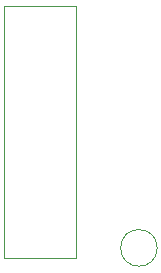
<source format=gbr>
G04 #@! TF.FileFunction,Other,User*
%FSLAX46Y46*%
G04 Gerber Fmt 4.6, Leading zero omitted, Abs format (unit mm)*
G04 Created by KiCad (PCBNEW 4.0.2-stable) date 25/08/2016 11:49:55*
%MOMM*%
G01*
G04 APERTURE LIST*
%ADD10C,0.100000*%
%ADD11C,0.050000*%
G04 APERTURE END LIST*
D10*
D11*
X168374000Y-83086000D02*
X168374000Y-104386000D01*
X162324000Y-83086000D02*
X162324000Y-104386000D01*
X168374000Y-83086000D02*
X162324000Y-83086000D01*
X168374000Y-104386000D02*
X162324000Y-104386000D01*
X175286000Y-103530400D02*
G75*
G03X175286000Y-103530400I-1550000J0D01*
G01*
M02*

</source>
